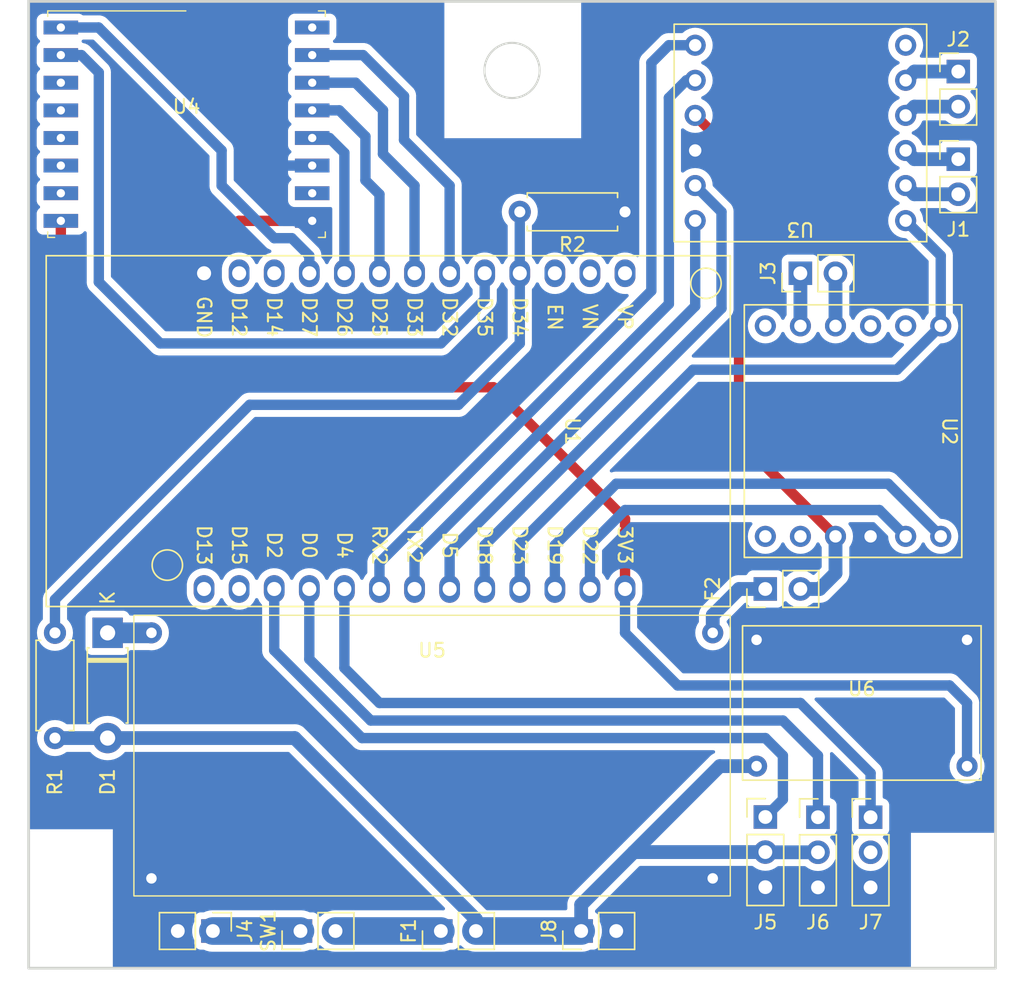
<source format=kicad_pcb>
(kicad_pcb (version 20221018) (generator pcbnew)
  (layers (0 "F.Cu" signal) (31 "B.Cu" signal) (34 "B.Paste" user) (35 "F.Paste" user) (36 "B.SilkS" user "B.Silkscreen") (37 "F.SilkS" user "F.Silkscreen") (38 "B.Mask" user) (39 "F.Mask" user) (44 "Edge.Cuts" user))
  (net 0 "")
  (net 1 "Net-(J3-Pin_1)")
  (net 2 "Net-(J3-Pin_2)")
  (net 3 "/SERVO 1")
  (net 4 "/+BATT SW")
  (net 5 "GND")
  (net 6 "/SERVO 2")
  (net 7 "/ESC")
  (net 8 "+BATT")
  (net 9 "+3V3")
  (net 10 "/M B1")
  (net 11 "/M B2")
  (net 12 "/M C1")
  (net 13 "/M C2")
  (net 14 "/NSS")
  (net 15 "/SCK")
  (net 16 "/MISO")
  (net 17 "/MOSI")
  (net 18 "/INTER")
  (net 19 "/RESET")
  (net 20 "/M A1")
  (net 21 "/M A2")
  (net 23 "+10V")
  (net 25 "Net-(D1-K)")
  (net 26 "Net-(F1-Pad1)")
  (net 27 "Net-(U5-OUT)")
  (net 28 "/SLEEP")
  (net 29 "/TDI")
  (net 30 "/TMS")
  (net 31 "/TCK")
  (net 45 "/TDO")
  (net 47 "Net-(J1-Pin_1)")
  (net 48 "Net-(J1-Pin_2)")
  (net 49 "Net-(J2-Pin_1)")
  (net 50 "Net-(J2-Pin_2)")
  (net 52 "/BAT READ")
  (footprint "Connector_PinHeader_2.54mm:PinHeader_1x03_P2.54mm_Vertical" (layer "F.Cu") (at 181.61 136.525)
    (fp_text reference "J5" (at 0 7.62) (layer "F.SilkS"))
    (fp_text value "Servo")
    (fp_line (start -1.33 -1.33) (end 0 -1.33) (stroke (width 0.12)) (layer "F.SilkS"))
    (fp_line (start -1.33 0) (end -1.33 -1.33) (stroke (width 0.12)) (layer "F.SilkS"))
    (fp_line (start -1.33 1.27) (end -1.33 6.41) (stroke (width 0.12)) (layer "F.SilkS"))
    (fp_line (start -1.33 1.27) (end 1.33 1.27) (stroke (width 0.12)) (layer "F.SilkS"))
    (fp_line (start -1.33 6.41) (end 1.33 6.41) (stroke (width 0.12)) (layer "F.SilkS"))
    (fp_line (start 1.33 1.27) (end 1.33 6.41) (stroke (width 0.12)) (layer "F.SilkS"))
    (pad "1" thru_hole rect (at 0 0) (size 1.7 1.7) (drill 1) (layers "*.Cu" "*.Mask") (net 3 "/SERVO 1"))
    (pad "2" thru_hole oval (at 0 2.54) (size 1.7 1.7) (drill 1) (layers "*.Cu" "*.Mask") (net 4 "/+BATT SW"))
    (pad "3" thru_hole oval (at 0 5.08) (size 1.7 1.7) (drill 1) (layers "*.Cu" "*.Mask") (net 5 "GND"))
  )
  (footprint "Connector_PinHeader_2.54mm:PinHeader_1x02_P2.54mm_Vertical" (layer "F.Cu") (at 181.605 120.015 90)
    (fp_text reference "F2" (at 0 -3.805 90) (layer "F.SilkS"))
    (fp_text value "Fuse 15A")
    (fp_line (start -1.33 -1.33) (end 0 -1.33) (stroke (width 0.12)) (layer "F.SilkS"))
    (fp_line (start -1.33 0) (end -1.33 -1.33) (stroke (width 0.12)) (layer "F.SilkS"))
    (fp_line (start -1.33 1.27) (end -1.33 3.87) (stroke (width 0.12)) (layer "F.SilkS"))
    (fp_line (start -1.33 1.27) (end 1.33 1.27) (stroke (width 0.12)) (layer "F.SilkS"))
    (fp_line (start -1.33 3.87) (end 1.33 3.87) (stroke (width 0.12)) (layer "F.SilkS"))
    (fp_line (start 1.33 1.27) (end 1.33 3.87) (stroke (width 0.12)) (layer "F.SilkS"))
    (pad "1" thru_hole rect (at 0 0 90) (size 1.7 1.7) (drill 1) (layers "*.Cu" "*.Mask") (net 27 "Net-(U5-OUT)"))
    (pad "2" thru_hole oval (at 0 2.54 90) (size 1.7 1.7) (drill 1) (layers "*.Cu" "*.Mask") (net 23 "+10V"))
  )
  (footprint "Connector_PinHeader_2.54mm:PinHeader_1x03_P2.54mm_Vertical" (layer "F.Cu") (at 185.42 136.54)
    (fp_text reference "J6" (at 0 7.605) (layer "F.SilkS"))
    (fp_text value "Servo")
    (fp_line (start -1.33 -1.33) (end 0 -1.33) (stroke (width 0.12)) (layer "F.SilkS"))
    (fp_line (start -1.33 0) (end -1.33 -1.33) (stroke (width 0.12)) (layer "F.SilkS"))
    (fp_line (start -1.33 1.27) (end -1.33 6.41) (stroke (width 0.12)) (layer "F.SilkS"))
    (fp_line (start -1.33 1.27) (end 1.33 1.27) (stroke (width 0.12)) (layer "F.SilkS"))
    (fp_line (start -1.33 6.41) (end 1.33 6.41) (stroke (width 0.12)) (layer "F.SilkS"))
    (fp_line (start 1.33 1.27) (end 1.33 6.41) (stroke (width 0.12)) (layer "F.SilkS"))
    (pad "1" thru_hole rect (at 0 0) (size 1.7 1.7) (drill 1) (layers "*.Cu" "*.Mask") (net 6 "/SERVO 2"))
    (pad "2" thru_hole oval (at 0 2.54) (size 1.7 1.7) (drill 1) (layers "*.Cu" "*.Mask") (net 4 "/+BATT SW"))
    (pad "3" thru_hole oval (at 0 5.08) (size 1.7 1.7) (drill 1) (layers "*.Cu" "*.Mask") (net 5 "GND"))
  )
  (footprint "Diode_THT:D_DO-41_SOD81_P7.62mm_Horizontal" (layer "F.Cu") (at 133.985 123.19 -90)
    (fp_text reference "D1" (at 10.795 0 -90) (layer "F.SilkS"))
    (fp_text value "1N4007")
    (fp_text user "K" (at -2.54 0 -90) (layer "F.SilkS"))
    (fp_line (start 1.09 -1.47) (end 6.53 -1.47) (stroke (width 0.12)) (layer "F.SilkS"))
    (fp_line (start 1.09 -1.34) (end 1.09 -1.47) (stroke (width 0.12)) (layer "F.SilkS"))
    (fp_line (start 1.09 1.34) (end 1.09 1.47) (stroke (width 0.12)) (layer "F.SilkS"))
    (fp_line (start 1.09 1.47) (end 6.53 1.47) (stroke (width 0.12)) (layer "F.SilkS"))
    (fp_line (start 1.87 -1.47) (end 1.87 1.47) (stroke (width 0.12)) (layer "F.SilkS"))
    (fp_line (start 1.99 -1.47) (end 1.99 1.47) (stroke (width 0.12)) (layer "F.SilkS"))
    (fp_line (start 2.11 -1.47) (end 2.11 1.47) (stroke (width 0.12)) (layer "F.SilkS"))
    (fp_line (start 6.53 -1.47) (end 6.53 -1.34) (stroke (width 0.12)) (layer "F.SilkS"))
    (fp_line (start 6.53 1.47) (end 6.53 1.34) (stroke (width 0.12)) (layer "F.SilkS"))
    (pad "1" thru_hole rect (at 0 0 270) (size 2.2 2.2) (drill 1.1) (layers "*.Cu" "*.Mask") (net 25 "Net-(D1-K)"))
    (pad "2" thru_hole oval (at 7.62 0 270) (size 2.2 2.2) (drill 1.1) (layers "*.Cu" "*.Mask") (net 4 "/+BATT SW"))
  )
  (footprint "Connector_PinHeader_2.54mm:PinHeader_1x02_P2.54mm_Vertical" (layer "F.Cu") (at 147.95 144.78 90)
    (fp_text reference "SW1" (at 0 -2.33 90) (layer "F.SilkS"))
    (fp_text value "MAIN_CUTOFF")
    (fp_line (start -1.33 -1.33) (end 0 -1.33) (stroke (width 0.12)) (layer "F.SilkS"))
    (fp_line (start -1.33 0) (end -1.33 -1.33) (stroke (width 0.12)) (layer "F.SilkS"))
    (fp_line (start -1.33 1.27) (end -1.33 3.87) (stroke (width 0.12)) (layer "F.SilkS"))
    (fp_line (start -1.33 1.27) (end 1.33 1.27) (stroke (width 0.12)) (layer "F.SilkS"))
    (fp_line (start -1.33 3.87) (end 1.33 3.87) (stroke (width 0.12)) (layer "F.SilkS"))
    (fp_line (start 1.33 1.27) (end 1.33 3.87) (stroke (width 0.12)) (layer "F.SilkS"))
    (pad "1" thru_hole rect (at 0 0 90) (size 1.7 1.7) (drill 1) (layers "*.Cu" "*.Mask") (net 8 "+BATT"))
    (pad "2" thru_hole oval (at 0 2.54 90) (size 1.7 1.7) (drill 1) (layers "*.Cu" "*.Mask") (net 26 "Net-(F1-Pad1)"))
  )
  (footprint "Resistor_THT:R_Axial_DIN0207_L6.3mm_D2.5mm_P7.62mm_Horizontal" (layer "F.Cu") (at 171.45 92.71 180)
    (fp_text reference "R2" (at 3.81 -2.37) (layer "F.SilkS"))
    (fp_text value "10k Ohm")
    (fp_line (start 0.54 -1.37) (end 7.08 -1.37) (stroke (width 0.12)) (layer "F.SilkS"))
    (fp_line (start 0.54 -1.04) (end 0.54 -1.37) (stroke (width 0.12)) (layer "F.SilkS"))
    (fp_line (start 0.54 1.04) (end 0.54 1.37) (stroke (width 0.12)) (layer "F.SilkS"))
    (fp_line (start 0.54 1.37) (end 7.08 1.37) (stroke (width 0.12)) (layer "F.SilkS"))
    (fp_line (start 7.08 -1.37) (end 7.08 -1.04) (stroke (width 0.12)) (layer "F.SilkS"))
    (fp_line (start 7.08 1.37) (end 7.08 1.04) (stroke (width 0.12)) (layer "F.SilkS"))
    (pad "1" thru_hole circle (at 0 0 180) (size 1.6 1.6) (drill 0.8) (layers "*.Cu" "*.Mask") (net 5 "GND"))
    (pad "2" thru_hole oval (at 7.62 0 180) (size 1.6 1.6) (drill 0.8) (layers "*.Cu" "*.Mask") (net 52 "/BAT READ"))
  )
  (footprint "Connector_PinHeader_2.54mm:PinHeader_1x02_P2.54mm_Vertical" (layer "F.Cu") (at 184.145 97.155 90)
    (fp_text reference "J3" (at 0 -2.33 90) (layer "F.SilkS"))
    (fp_text value "Motor_C")
    (fp_line (start -1.33 -1.33) (end 0 -1.33) (stroke (width 0.12)) (layer "F.SilkS"))
    (fp_line (start -1.33 0) (end -1.33 -1.33) (stroke (width 0.12)) (layer "F.SilkS"))
    (fp_line (start -1.33 1.27) (end -1.33 3.87) (stroke (width 0.12)) (layer "F.SilkS"))
    (fp_line (start -1.33 1.27) (end 1.33 1.27) (stroke (width 0.12)) (layer "F.SilkS"))
    (fp_line (start -1.33 3.87) (end 1.33 3.87) (stroke (width 0.12)) (layer "F.SilkS"))
    (fp_line (start 1.33 1.27) (end 1.33 3.87) (stroke (width 0.12)) (layer "F.SilkS"))
    (pad "1" thru_hole rect (at 0 0 90) (size 1.7 1.7) (drill 1) (layers "*.Cu" "*.Mask") (net 1 "Net-(J3-Pin_1)"))
    (pad "2" thru_hole oval (at 0 2.54 90) (size 1.7 1.7) (drill 1) (layers "*.Cu" "*.Mask") (net 2 "Net-(J3-Pin_2)"))
  )
  (footprint "Resistor_THT:R_Axial_DIN0207_L6.3mm_D2.5mm_P7.62mm_Horizontal" (layer "F.Cu") (at 130.175 123.19 -90)
    (fp_text reference "R1" (at 10.795 0 90) (layer "F.SilkS"))
    (fp_text value "150k Ohm")
    (fp_line (start 0.54 -1.37) (end 7.08 -1.37) (stroke (width 0.12)) (layer "F.SilkS"))
    (fp_line (start 0.54 -1.04) (end 0.54 -1.37) (stroke (width 0.12)) (layer "F.SilkS"))
    (fp_line (start 0.54 1.04) (end 0.54 1.37) (stroke (width 0.12)) (layer "F.SilkS"))
    (fp_line (start 0.54 1.37) (end 7.08 1.37) (stroke (width 0.12)) (layer "F.SilkS"))
    (fp_line (start 7.08 -1.37) (end 7.08 -1.04) (stroke (width 0.12)) (layer "F.SilkS"))
    (fp_line (start 7.08 1.37) (end 7.08 1.04) (stroke (width 0.12)) (layer "F.SilkS"))
    (pad "1" thru_hole circle (at 0 0 270) (size 1.6 1.6) (drill 0.8) (layers "*.Cu" "*.Mask") (net 52 "/BAT READ"))
    (pad "2" thru_hole oval (at 7.62 0 270) (size 1.6 1.6) (drill 0.8) (layers "*.Cu" "*.Mask") (net 4 "/+BATT SW"))
  )
  (footprint "My_Library:XL60019 Boost Module" (layer "F.Cu") (at 157.48 132.08)
    (fp_text reference "U5" (at 0 -7.62 unlocked) (layer "F.SilkS"))
    (fp_text value "XL60019_Boost_Module")
    (fp_rect (start -21.59 -10.16) (end 21.59 10.16) (stroke (width 0.1)) (fill none) (layer "F.SilkS"))
    (pad "1" thru_hole circle (at -20.32 8.89) (size 1.524 1.524) (drill 0.762) (layers "*.Cu" "*.Mask") (net 5 "GND"))
    (pad "2" thru_hole circle (at -20.32 -8.89) (size 1.524 1.524) (drill 0.762) (layers "*.Cu" "*.Mask") (net 25 "Net-(D1-K)"))
    (pad "3" thru_hole circle (at 20.32 8.89) (size 1.524 1.524) (drill 0.762) (layers "*.Cu" "*.Mask") (net 5 "GND"))
    (pad "4" thru_hole circle (at 20.32 -8.89) (size 1.524 1.524) (drill 0.762) (layers "*.Cu" "*.Mask") (net 27 "Net-(U5-OUT)"))
  )
  (footprint "My_Library:HOPERF_RFM69HW" (layer "F.Cu") (at 139.7 86.36)
    (fp_text reference "U4" (at 0 -1.27) (layer "F.SilkS"))
    (fp_text value "RFM69HW")
    (fp_line (start -10.05 -8.2) (end -10.05 -7.8) (stroke (width 0.1)) (layer "F.SilkS"))
    (fp_line (start -10.05 -8.2) (end -0.05 -8.2) (stroke (width 0.1)) (layer "F.SilkS"))
    (fp_line (start -10.05 7.8) (end -10.05 8.2) (stroke (width 0.1)) (layer "F.SilkS"))
    (fp_line (start -10.05 8.2) (end -9.55 8.2) (stroke (width 0.1)) (layer "F.SilkS"))
    (fp_line (start 9.55 -8.2) (end 10.05 -8.2) (stroke (width 0.1)) (layer "F.SilkS"))
    (fp_line (start 9.55 8.2) (end 10.05 8.2) (stroke (width 0.1)) (layer "F.SilkS"))
    (fp_line (start 10.05 -8.2) (end 10.05 -7.8) (stroke (width 0.1)) (layer "F.SilkS"))
    (fp_line (start 10.05 7.8) (end 10.05 8.2) (stroke (width 0.1)) (layer "F.SilkS"))
    (pad "1" thru_hole rect (at -9.1 -7) (size 2.5 1) (drill 0.6) (layers "*.Cu" "*.Mask") (net 19 "/RESET"))
    (pad "2" thru_hole rect (at -9.1 -5) (size 2.5 1) (drill 0.6) (layers "*.Cu" "*.Mask") (net 18 "/INTER"))
    (pad "3" thru_hole rect (at -9.1 -3) (size 2.5 1) (drill 0.6) (layers "*.Cu" "*.Mask"))
    (pad "4" thru_hole rect (at -9.1 -1) (size 2.5 1) (drill 0.6) (layers "*.Cu" "*.Mask"))
    (pad "5" thru_hole rect (at -9.1 1) (size 2.5 1) (drill 0.6) (layers "*.Cu" "*.Mask"))
    (pad "6" thru_hole rect (at -9.1 3) (size 2.5 1) (drill 0.6) (layers "*.Cu" "*.Mask"))
    (pad "7" thru_hole rect (at -9.1 5) (size 2.5 1) (drill 0.6) (layers "*.Cu" "*.Mask"))
    (pad "8" thru_hole rect (at -9.1 7) (size 2.5 1) (drill 0.6) (layers "*.Cu" "*.Mask") (net 9 "+3V3"))
    (pad "9" thru_hole rect (at 9.1 7) (size 2.5 1) (drill 0.6) (layers "*.Cu" "*.Mask") (net 5 "GND"))
    (pad "10" thru_hole rect (at 9.1 5) (size 2.5 1) (drill 0.6) (layers "*.Cu" "*.Mask"))
    (pad "11" thru_hole rect (at 9.1 3) (size 2.5 1) (drill 0.6) (layers "*.Cu" "*.Mask") (net 5 "GND"))
    (pad "12" thru_hole rect (at 9.1 1) (size 2.5 1) (drill 0.6) (layers "*.Cu" "*.Mask") (net 15 "/SCK"))
    (pad "13" thru_hole rect (at 9.1 -1) (size 2.5 1) (drill 0.6) (layers "*.Cu" "*.Mask") (net 16 "/MISO"))
    (pad "14" thru_hole rect (at 9.1 -3) (size 2.5 1) (drill 0.6) (layers "*.Cu" "*.Mask") (net 17 "/MOSI"))
    (pad "15" thru_hole rect (at 9.1 -5) (size 2.5 1) (drill 0.6) (layers "*.Cu" "*.Mask") (net 14 "/NSS"))
    (pad "16" thru_hole rect (at 9.1 -7) (size 2.5 1) (drill 0.6) (layers "*.Cu" "*.Mask"))
  )
  (footprint "Connector_PinHeader_2.54mm:PinHeader_1x02_P2.54mm_Vertical" (layer "F.Cu") (at 195.58 82.55)
    (fp_text reference "J2" (at 0 -2.33) (layer "F.SilkS"))
    (fp_text value "Motor_B")
    (fp_line (start -1.33 -1.33) (end 0 -1.33) (stroke (width 0.12)) (layer "F.SilkS"))
    (fp_line (start -1.33 0) (end -1.33 -1.33) (stroke (width 0.12)) (layer "F.SilkS"))
    (fp_line (start -1.33 1.27) (end -1.33 3.87) (stroke (width 0.12)) (layer "F.SilkS"))
    (fp_line (start -1.33 1.27) (end 1.33 1.27) (stroke (width 0.12)) (layer "F.SilkS"))
    (fp_line (start -1.33 3.87) (end 1.33 3.87) (stroke (width 0.12)) (layer "F.SilkS"))
    (fp_line (start 1.33 1.27) (end 1.33 3.87) (stroke (width 0.12)) (layer "F.SilkS"))
    (pad "1" thru_hole rect (at 0 0) (size 1.7 1.7) (drill 1) (layers "*.Cu" "*.Mask") (net 49 "Net-(J2-Pin_1)"))
    (pad "2" thru_hole oval (at 0 2.54) (size 1.7 1.7) (drill 1) (layers "*.Cu" "*.Mask") (net 50 "Net-(J2-Pin_2)"))
  )
  (footprint "Connector_PinHeader_2.54mm:PinHeader_1x02_P2.54mm_Vertical" (layer "F.Cu") (at 195.58 88.895)
    (fp_text reference "J1" (at 0 5.085) (layer "F.SilkS"))
    (fp_text value "Motor_A")
    (fp_line (start -1.33 -1.33) (end 0 -1.33) (stroke (width 0.12)) (layer "F.SilkS"))
    (fp_line (start -1.33 0) (end -1.33 -1.33) (stroke (width 0.12)) (layer "F.SilkS"))
    (fp_line (start -1.33 1.27) (end -1.33 3.87) (stroke (width 0.12)) (layer "F.SilkS"))
    (fp_line (start -1.33 1.27) (end 1.33 1.27) (stroke (width 0.12)) (layer "F.SilkS"))
    (fp_line (start -1.33 3.87) (end 1.33 3.87) (stroke (width 0.12)) (layer "F.SilkS"))
    (fp_line (start 1.33 1.27) (end 1.33 3.87) (stroke (width 0.12)) (layer "F.SilkS"))
    (pad "1" thru_hole rect (at 0 0) (size 1.7 1.7) (drill 1) (layers "*.Cu" "*.Mask") (net 47 "Net-(J1-Pin_1)"))
    (pad "2" thru_hole oval (at 0 2.54) (size 1.7 1.7) (drill 1) (layers "*.Cu" "*.Mask") (net 48 "Net-(J1-Pin_2)"))
  )
  (footprint "My_Library:HW-627" (layer "F.Cu") (at 189.23 108.585 -90)
    (fp_text reference "U2" (at 0 -5.715 -90 unlocked) (layer "F.SilkS"))
    (fp_text value "~")
    (fp_rect (start -9.144 -6.604) (end 9.144 9.144) (stroke (width 0.12)) (fill none) (layer "F.SilkS"))
    (pad "1" thru_hole circle (at -7.62 -5.08 270) (size 1.524 1.524) (drill 0.9) (layers "*.Cu" "*.Mask") (net 28 "/SLEEP"))
    (pad "2" thru_hole circle (at -7.62 -2.54 270) (size 1.524 1.524) (drill 0.9) (layers "*.Cu" "*.Mask"))
    (pad "3" thru_hole circle (at -7.62 0 270) (size 1.524 1.524) (drill 0.9) (layers "*.Cu" "*.Mask"))
    (pad "4" thru_hole circle (at -7.62 2.54 270) (size 1.524 1.524) (drill 0.9) (layers "*.Cu" "*.Mask") (net 2 "Net-(J3-Pin_2)"))
    (pad "5" thru_hole circle (at -7.62 5.08 270) (size 1.524 1.524) (drill 0.9) (layers "*.Cu" "*.Mask") (net 1 "Net-(J3-Pin_1)"))
    (pad "6" thru_hole circle (at -7.62 7.62 270) (size 1.524 1.524) (drill 0.9) (layers "*.Cu" "*.Mask"))
    (pad "7" thru_hole circle (at 7.62 7.62 270) (size 1.524 1.524) (drill 0.9) (layers "*.Cu" "*.Mask"))
    (pad "8" thru_hole circle (at 7.62 5.08 270) (size 1.524 1.524) (drill 0.9) (layers "*.Cu" "*.Mask"))
    (pad "9" thru_hole circle (at 7.62 2.54 270) (size 1.524 1.524) (drill 0.9) (layers "*.Cu" "*.Mask") (net 23 "+10V"))
    (pad "10" thru_hole circle (at 7.62 0 270) (size 1.524 1.524) (drill 0.9) (layers "*.Cu" "*.Mask") (net 5 "GND"))
    (pad "11" thru_hole circle (at 7.62 -2.54 270) (size 1.524 1.524) (drill 0.9) (layers "*.Cu" "*.Mask") (net 12 "/M C1"))
    (pad "12" thru_hole circle (at 7.62 -5.08 270) (size 1.524 1.524) (drill 0.9) (layers "*.Cu" "*.Mask") (net 13 "/M C2"))
  )
  (footprint "Connector_PinHeader_2.54mm:PinHeader_1x03_P2.54mm_Vertical" (layer "F.Cu") (at 189.23 136.54)
    (fp_text reference "J7" (at 0 7.605) (layer "F.SilkS"))
    (fp_text value "ESC")
    (fp_line (start -1.33 -1.33) (end 0 -1.33) (stroke (width 0.12)) (layer "F.SilkS"))
    (fp_line (start -1.33 0) (end -1.33 -1.33) (stroke (width 0.12)) (layer "F.SilkS"))
    (fp_line (start -1.33 1.27) (end -1.33 6.41) (stroke (width 0.12)) (layer "F.SilkS"))
    (fp_line (start -1.33 1.27) (end 1.33 1.27) (stroke (width 0.12)) (layer "F.SilkS"))
    (fp_line (start -1.33 6.41) (end 1.33 6.41) (stroke (width 0.12)) (layer "F.SilkS"))
    (fp_line (start 1.33 1.27) (end 1.33 6.41) (stroke (width 0.12)) (layer "F.SilkS"))
    (pad "1" thru_hole rect (at 0 0) (size 1.7 1.7) (drill 1) (layers "*.Cu" "*.Mask") (net 7 "/ESC"))
    (pad "2" thru_hole oval (at 0 2.54) (size 1.7 1.7) (drill 1) (layers "*.Cu" "*.Mask"))
    (pad "3" thru_hole oval (at 0 5.08) (size 1.7 1.7) (drill 1) (layers "*.Cu" "*.Mask") (net 5 "GND"))
  )
  (footprint "My_Library:HW-627" (layer "F.Cu") (at 184.15 88.265 180)
    (fp_text reference "U3" (at 0 -5.715 180 unlocked) (layer "F.SilkS"))
    (fp_text value "~")
    (fp_rect (start -9.144 -6.604) (end 9.144 9.144) (stroke (width 0.12)) (fill none) (layer "F.SilkS"))
    (pad "1" thru_hole circle (at -7.62 -5.08 180) (size 1.524 1.524) (drill 0.9) (layers "*.Cu" "*.Mask") (net 28 "/SLEEP"))
    (pad "2" thru_hole circle (at -7.62 -2.54 180) (size 1.524 1.524) (drill 0.9) (layers "*.Cu" "*.Mask") (net 48 "Net-(J1-Pin_2)"))
    (pad "3" thru_hole circle (at -7.62 0 180) (size 1.524 1.524) (drill 0.9) (layers "*.Cu" "*.Mask") (net 47 "Net-(J1-Pin_1)"))
    (pad "4" thru_hole circle (at -7.62 2.54 180) (size 1.524 1.524) (drill 0.9) (layers "*.Cu" "*.Mask") (net 50 "Net-(J2-Pin_2)"))
    (pad "5" thru_hole circle (at -7.62 5.08 180) (size 1.524 1.524) (drill 0.9) (layers "*.Cu" "*.Mask") (net 49 "Net-(J2-Pin_1)"))
    (pad "6" thru_hole circle (at -7.62 7.62 180) (size 1.524 1.524) (drill 0.9) (layers "*.Cu" "*.Mask"))
    (pad "7" thru_hole circle (at 7.62 7.62 180) (size 1.524 1.524) (drill 0.9) (layers "*.Cu" "*.Mask") (net 20 "/M A1"))
    (pad "8" thru_hole circle (at 7.62 5.08 180) (size 1.524 1.524) (drill 0.9) (layers "*.Cu" "*.Mask") (net 21 "/M A2"))
    (pad "9" thru_hole circle (at 7.62 2.54 180) (size 1.524 1.524) (drill 0.9) (layers "*.Cu" "*.Mask") (net 23 "+10V"))
    (pad "10" thru_hole circle (at 7.62 0 180) (size 1.524 1.524) (drill 0.9) (layers "*.Cu" "*.Mask") (net 5 "GND"))
    (pad "11" thru_hole circle (at 7.62 -2.54 180) (size 1.524 1.524) (drill 0.9) (layers "*.Cu" "*.Mask") (net 10 "/M B1"))
    (pad "12" thru_hole circle (at 7.62 -5.08 180) (size 1.524 1.524) (drill 0.9) (layers "*.Cu" "*.Mask") (net 11 "/M B2"))
  )
  (footprint "Connector_PinHeader_2.54mm:PinHeader_1x02_P2.54mm_Vertical" (layer "F.Cu") (at 168.275 144.78 90)
    (fp_text reference "J8" (at 0 -2.33 90) (layer "F.SilkS"))
    (fp_text value "ESC_PWR")
    (fp_line (start -1.33 -1.33) (end 0 -1.33) (stroke (width 0.12)) (layer "F.SilkS"))
    (fp_line (start -1.33 0) (end -1.33 -1.33) (stroke (width 0.12)) (layer "F.SilkS"))
    (fp_line (start -1.33 1.27) (end -1.33 3.87) (stroke (width 0.12)) (layer "F.SilkS"))
    (fp_line (start -1.33 1.27) (end 1.33 1.27) (stroke (width 0.12)) (layer "F.SilkS"))
    (fp_line (start -1.33 3.87) (end 1.33 3.87) (stroke (width 0.12)) (layer "F.SilkS"))
    (fp_line (start 1.33 1.27) (end 1.33 3.87) (stroke (width 0.12)) (layer "F.SilkS"))
    (pad "1" thru_hole rect (at 0 0 90) (size 1.7 1.7) (drill 1) (layers "*.Cu" "*.Mask") (net 4 "/+BATT SW"))
    (pad "2" thru_hole oval (at 0 2.54 90) (size 1.7 1.7) (drill 1) (layers "*.Cu" "*.Mask") (net 5 "GND"))
  )
  (footprint "Connector_PinHeader_2.54mm:PinHeader_1x02_P2.54mm_Vertical" (layer "F.Cu") (at 158.115 144.78 90)
    (fp_text reference "F1" (at 0 -2.33 90) (layer "F.SilkS"))
    (fp_text value "Fuse 15A")
    (fp_line (start -1.33 -1.33) (end 0 -1.33) (stroke (width 0.12)) (layer "F.SilkS"))
    (fp_line (start -1.33 0) (end -1.33 -1.33) (stroke (width 0.12)) (layer "F.SilkS"))
    (fp_line (start -1.33 1.27) (end -1.33 3.87) (stroke (width 0.12)) (layer "F.SilkS"))
    (fp_line (start -1.33 1.27) (end 1.33 1.27) (stroke (width 0.12)) (layer "F.SilkS"))
    (fp_line (start -1.33 3.87) (end 1.33 3.87) (stroke (width 0.12)) (layer "F.SilkS"))
    (fp_line (start 1.33 1.27) (end 1.33 3.87) (stroke (width 0.12)) (layer "F.SilkS"))
    (pad "1" thru_hole rect (at 0 0 90) (size 1.7 1.7) (drill 1) (layers "*.Cu" "*.Mask") (net 26 "Net-(F1-Pad1)"))
    (pad "2" thru_hole oval (at 0 2.54 90) (size 1.7 1.7) (drill 1) (layers "*.Cu" "*.Mask") (net 4 "/+BATT SW"))
  )
  (footprint "Espressif:ESP32-LOLIN32-Lite" (layer "F.Cu") (at 154.94 108.585 -90)
    (fp_text reference "U1" (at 0 -12.7 -90 unlocked) (layer "F.SilkS"))
    (fp_text value "ESP32-LOLIN32-Lite")
    (fp_text user "D15" (at 8.255 11.43 -90 unlocked) (layer "F.SilkS"))
    (fp_text user "D0" (at 8.255 6.35 -90 unlocked) (layer "F.SilkS"))
    (fp_text user "TX2" (at 8.255 -1.27 -90 unlocked) (layer "F.SilkS"))
    (fp_text user "D2" (at 8.255 8.89 -90 unlocked) (layer "F.SilkS"))
    (fp_text user "D5" (at 8.255 -3.81 -90 unlocked) (layer "F.SilkS"))
    (fp_text user "VN" (at -8.255 -13.97 -90 unlocked) (layer "F.SilkS"))
    (fp_text user "3V3" (at 8.255 -16.51 -90 unlocked) (layer "F.SilkS"))
    (fp_text user "RX2" (at 8.255 1.27 -90 unlocked) (layer "F.SilkS"))
    (fp_text user "D23" (at 8.255 -8.89 -90 unlocked) (layer "F.SilkS"))
    (fp_text user "D4" (at 8.255 3.81 -90 unlocked) (layer "F.SilkS"))
    (fp_text user "D13" (at 8.255 13.97 -90 unlocked) (layer "F.SilkS"))
    (fp_text user "D22" (at 8.255 -13.97 -90 unlocked) (layer "F.SilkS"))
    (fp_text user "GND" (at -8.255 13.97 -90 unlocked) (layer "F.SilkS"))
    (fp_text user "D26" (at -8.255 3.81 -90 unlocked) (layer "F.SilkS"))
    (fp_text user "D19" (at 8.255 -11.43 -90 unlocked) (layer "F.SilkS"))
    (fp_text user "D27" (at -8.255 6.35 -90 unlocked) (layer "F.SilkS"))
    (fp_text user "D25" (at -8.255 1.27 -90 unlocked) (layer "F.SilkS"))
    (fp_text user "D34" (at -8.255 -8.89 -90 unlocked) (layer "F.SilkS"))
    (fp_text user "VP" (at -8.255 -16.51 -90 unlocked) (layer "F.SilkS"))
    (fp_text user "EN" (at -8.255 -11.43 -90 unlocked) (layer "F.SilkS"))
    (fp_text user "D35" (at -8.255 -6.35 -90 unlocked) (layer "F.SilkS"))
    (fp_text user "D14" (at -8.255 8.89 -90 unlocked) (layer "F.SilkS"))
    (fp_text user "D33" (at -8.255 -1.27 -90 unlocked) (layer "F.SilkS"))
    (fp_text user "D18" (at 8.255 -6.35 -90 unlocked) (layer "F.SilkS"))
    (fp_text user "D32" (at -8.255 -3.81 -90 unlocked) (layer "F.SilkS"))
    (fp_text user "D12" (at -8.255 11.43 -90 unlocked) (layer "F.SilkS"))
    (fp_rect (start -12.7 25.4) (end 12.7 -24.13) (stroke (width 0.12)) (fill none) (layer "F.SilkS"))
    (fp_circle (center -10.7 -22.37) (end -10.7 -23.47) (stroke (width 0.12)) (fill none) (layer "F.SilkS"))
    (fp_circle (center 9.7 16.63) (end 9.7 15.53) (stroke (width 0.12)) (fill none) (layer "F.SilkS"))
    (pad "5" thru_hole oval (at -11.43 -16.51 270) (size 2 1.5) (drill 1.02) (layers "*.Cu" "*.Mask"))
    (pad "8" thru_hole oval (at -11.43 -13.97 270) (size 2 1.5) (drill 1.02) (layers "*.Cu" "*.Mask"))
    (pad "9" thru_hole oval (at -11.43 -11.43 270) (size 2 1.5) (drill 1.02) (layers "*.Cu" "*.Mask"))
    (pad "10" thru_hole oval (at -11.43 -8.89 270) (size 2 1.5) (drill 1.02) (layers "*.Cu" "*.Mask") (net 52 "/BAT READ"))
    (pad "11" thru_hole oval (at -11.43 -6.35 270) (size 2 1.5) (drill 1.02) (layers "*.Cu" "*.Mask") (net 18 "/INTER"))
    (pad "12" thru_hole oval (at -11.43 -3.81 270) (size 2 1.5) (drill 1.02) (layers "*.Cu" "*.Mask") (net 14 "/NSS"))
    (pad "13" thru_hole oval (at -11.43 -1.27 270) (size 2 1.5) (drill 1.02) (layers "*.Cu" "*.Mask") (net 17 "/MOSI"))
    (pad "14" thru_hole oval (at -11.43 1.27 270) (size 2 1.5) (drill 1.02) (layers "*.Cu" "*.Mask") (net 16 "/MISO"))
    (pad "15" thru_hole oval (at -11.43 3.81 270) (size 2 1.5) (drill 1.02) (layers "*.Cu" "*.Mask") (net 15 "/SCK"))
    (pad "16" thru_hole oval (at -11.43 6.35 270) (size 2 1.5) (drill 1.02) (layers "*.Cu" "*.Mask") (net 19 "/RESET"))
    (pad "17" thru_hole oval (at -11.43 8.89 270) (size 2 1.5) (drill 1.02) (layers "*.Cu" "*.Mask") (net 30 "/TMS"))
    (pad "18" thru_hole oval (at -11.43 11.43 270) (size 2 1.5) (drill 1.02) (layers "*.Cu" "*.Mask") (net 29 "/TDI"))
    (pad "19" thru_hole oval (at -11.43 13.97 270) (size 2 1.5) (drill 1.02) (layers "*.Cu" "*.Mask") (net 5 "GND"))
    (pad "20" thru_hole oval (at 11.43 13.97 270) (size 2 1.5) (drill 1.02) (layers "*.Cu" "*.Mask") (net 31 "/TCK"))
    (pad "21" thru_hole oval (at 11.43 11.43 270) (size 2 1.5) (drill 1.02) (layers "*.Cu" "*.Mask") (net 45 "/TDO"))
    (pad "22" thru_hole oval (at 11.43 8.89 270) (size 2 1.5) (drill 1.02) (layers "*.Cu" "*.Mask") (net 3 "/SERVO 1"))
    (pad "23" thru_hole oval (at 11.43 6.35 270) (size 2 1.5) (drill 1.02) (layers "*.Cu" "*.Mask") (net 6 "/SERVO 2"))
    (pad "24" thru_hole oval (at 11.43 3.81 270) (size 2 1.5) (drill 1.02) (layers "*.Cu" "*.Mask") (net 7 "/ESC"))
    (pad "25" thru_hole oval (at 11.43 1.27 270) (size 2 1.5) (drill 1.02) (layers "*.Cu" "*.Mask") (net 20 "/M A1"))
    (pad "27" thru_hole oval (at 11.43 -1.27 270) (size 2 1.5) (drill 1.02) (layers "*.Cu" "*.Mask") (net 21 "/M A2"))
    (pad "34" thru_hole oval (at 11.43 -3.81 270) (size 2 1.5) (drill 1.02) (layers "*.Cu" "*.Mask") (net 11 "/M B2"))
    (pad "35" thru_hole oval (at 11.43 -6.35 270) (size 2 1.5) (drill 1.02) (layers "*.Cu" "*.Mask") (net 10 "/M B1"))
    (pad "36" thru_hole oval (at 11.43 -8.89 270) (size 2 1.5) (drill 1.02) (layers "*.Cu" "*.Mask") (net 28 "/SLEEP"))
    (pad "38" thru_hole oval (at 11.43 -11.43 270) (size 2 1.5) (drill 1.02) (layers "*.Cu" "*.Mask") (net 13 "/M C2"))
    (pad "39" thru_hole oval (at 11.43 -13.97 270) (size 2 1.5) (drill 1.02) (layers "*.Cu" "*.Mask") (net 12 "/M C1"))
    (pad "40" thru_hole oval (at 11.43 -16.51 270) (size 2 1.5) (drill 1.02) (layers "*.Cu" "*.Mask") (net 9 "+3V3"))
  )
  (footprint "Connector_PinHeader_2.54mm:PinHeader_1x02_P2.54mm_Vertical" (layer "F.Cu") (at 141.61 144.78 -90)
    (fp_text reference "J4" (at 0 -2.33 -270) (layer "F.SilkS"))
    (fp_text value "BATT_IN")
    (fp_line (start -1.33 -1.33) (end 0 -1.33) (stroke (width 0.12)) (layer "F.SilkS"))
    (fp_line (start -1.33 0) (end -1.33 -1.33) (stroke (width 0.12)) (layer "F.SilkS"))
    (fp_line (start -1.33 1.27) (end -1.33 3.87) (stroke (width 0.12)) (layer "F.SilkS"))
    (fp_line (start -1.33 1.27) (end 1.33 1.27) (stroke (width 0.12)) (layer "F.SilkS"))
    (fp_line (start -1.33 3.87) (end 1.33 3.87) (stroke (width 0.12)) (layer "F.SilkS"))
    (fp_line (start 1.33 1.27) (end 1.33 3.87) (stroke (width 0.12)) (layer "F.SilkS"))
    (pad "1" thru_hole rect (at 0 0 270) (size 1.7 1.7) (drill 1) (layers "*.Cu" "*.Mask") (net 8 "+BATT"))
    (pad "2" thru_hole oval (at 0 2.54 270) (size 1.7 1.7) (drill 1) (layers "*.Cu" "*.Mask") (net 5 "GND"))
  )
  (footprint "My_Library:Mini360" (layer "F.Cu") (at 188.595 128.27)
    (fp_text reference "U6" (at 0 -1.008 unlocked) (layer "F.SilkS"))
    (fp_text value "Mini360")
    (fp_rect (start 8.636 -5.588) (end -8.636 5.588) (stroke (width 0.12)) (fill none) (layer "F.SilkS"))
    (pad "1" thru_hole circle (at -7.62 -4.572) (size 1.524 1.524) (drill 0.762) (layers "*.Cu" "*.Mask") (net 5 "GND"))
    (pad "2" thru_hole circle (at -7.62 4.572) (size 1.524 1.524) (drill 0.762) (layers "*.Cu" "*.Mask") (net 4 "/+BATT SW"))
    (pad "3" thru_hole circle (at 7.62 -4.572) (size 1.524 1.524) (drill 0.762) (layers "*.Cu" "*.Mask") (net 5 "GND"))
    (pad "4" thru_hole circle (at 7.62 4.572) (size 1.524 1.524) (drill 0.762) (layers "*.Cu" "*.Mask") (net 9 "+3V3"))
  )
  (gr_rect (start 128.27 77.47) (end 198.27 147.47) (stroke (width 0.2)) (fill none) (layer "Edge.Cuts"))
  (gr_circle (center 163.27 82.47) (end 165.27 82.47) (stroke (width 0.15)) (fill none) (layer "Edge.Cuts"))
  (segment (start 184.15 97.16) (end 184.15 100.965) (width 1) (layer "B.Cu") (net 1))
  (segment (start 184.145 97.155) (end 184.15 97.16) (width 0.75) (layer "B.Cu") (net 1))
  (segment (start 186.69 100.965) (end 186.69 97.16) (width 1) (layer "B.Cu") (net 2))
  (segment (start 186.69 97.16) (end 186.685 97.155) (width 0.75) (layer "B.Cu") (net 2))
  (segment (start 146.05 124.46) (end 146.05 120.015) (width 0.75) (layer "B.Cu") (net 3))
  (segment (start 182.88 135.255) (end 182.88 132.08) (width 0.75) (layer "B.Cu") (net 3))
  (segment (start 181.61 136.525) (end 182.88 135.255) (width 0.75) (layer "B.Cu") (net 3))
  (segment (start 181.61 130.81) (end 152.4 130.81) (width 0.75) (layer "B.Cu") (net 3))
  (segment (start 152.4 130.81) (end 146.05 124.46) (width 0.75) (layer "B.Cu") (net 3))
  (segment (start 182.88 132.08) (end 181.61 130.81) (width 0.75) (layer "B.Cu") (net 3))
  (segment (start 185.42 139.08) (end 181.625 139.08) (width 1) (layer "B.Cu") (net 4))
  (segment (start 130.175 130.81) (end 133.985 130.81) (width 1) (layer "B.Cu") (net 4))
  (segment (start 147.530344 130.81) (end 160.655 143.934656) (width 1) (layer "B.Cu") (net 4))
  (segment (start 178.308 132.842) (end 172.085 139.065) (width 1) (layer "B.Cu") (net 4))
  (segment (start 133.985 130.81) (end 147.530344 130.81) (width 1) (layer "B.Cu") (net 4))
  (segment (start 160.655 143.934656) (end 160.655 144.78) (width 1) (layer "B.Cu") (net 4))
  (segment (start 181.61 139.065) (end 172.085 139.065) (width 1) (layer "B.Cu") (net 4))
  (segment (start 181.625 139.08) (end 181.61 139.065) (width 1) (layer "B.Cu") (net 4))
  (segment (start 160.655 144.78) (end 168.275 144.78) (width 2) (layer "B.Cu") (net 4))
  (segment (start 172.085 139.065) (end 168.275 142.875) (width 1) (layer "B.Cu") (net 4))
  (segment (start 185.405 139.065) (end 185.42 139.08) (width 1) (layer "B.Cu") (net 4))
  (segment (start 168.275 142.875) (end 168.275 144.78) (width 1) (layer "B.Cu") (net 4))
  (segment (start 180.975 132.842) (end 178.308 132.842) (width 1) (layer "B.Cu") (net 4))
  (segment (start 143.495 93.36) (end 140.97 95.885) (width 0.75) (layer "F.Cu") (net 5))
  (segment (start 140.97 95.885) (end 140.97 97.155) (width 0.75) (layer "F.Cu") (net 5))
  (segment (start 148.8 93.36) (end 143.495 93.36) (width 0.75) (layer "F.Cu") (net 5))
  (segment (start 137.16 140.97) (end 137.16 142.87) (width 1) (layer "B.Cu") (net 5))
  (segment (start 148.8 93.36) (end 146.7 93.36) (width 0.75) (layer "B.Cu") (net 5))
  (segment (start 185.42 141.62) (end 181.625 141.62) (width 1) (layer "B.Cu") (net 5))
  (segment (start 181.61 141.605) (end 177.165 141.605) (width 1) (layer "B.Cu") (net 5))
  (segment (start 189.23 141.62) (end 185.42 141.62) (width 1) (layer "B.Cu") (net 5))
  (segment (start 177.165 141.605) (end 177.8 140.97) (width 1) (layer "B.Cu") (net 5))
  (segment (start 181.625 141.62) (end 181.61 141.605) (width 1) (layer "B.Cu") (net 5))
  (segment (start 170.815 144.78) (end 173.99 144.78) (width 1) (layer "B.Cu") (net 5))
  (segment (start 145.415 90.805) (end 146.86 89.36) (width 0.75) (layer "B.Cu") (net 5))
  (segment (start 146.7 93.36) (end 145.415 92.075) (width 0.75) (layer "B.Cu") (net 5))
  (segment (start 146.86 89.36) (end 148.8 89.36) (width 0.75) (layer "B.Cu") (net 5))
  (segment (start 145.415 92.075) (end 145.415 90.805) (width 0.75) (layer "B.Cu") (net 5))
  (segment (start 196.215 123.698) (end 189.23 123.698) (width 0.75) (layer "B.Cu") (net 5))
  (segment (start 173.99 144.78) (end 177.8 140.97) (width 1) (layer "B.Cu") (net 5))
  (segment (start 137.16 142.87) (end 139.07 144.78) (width 1) (layer "B.Cu") (net 5))
  (segment (start 189.23 123.698) (end 180.975 123.698) (width 0.75) (layer "B.Cu") (net 5))
  (segment (start 185.42 136.54) (end 185.42 132.08) (width 0.75) (layer "B.Cu") (net 6))
  (segment (start 182.88 129.54) (end 153.035 129.54) (width 0.75) (layer "B.Cu") (net 6))
  (segment (start 153.035 129.54) (end 148.59 125.095) (width 0.75) (layer "B.Cu") (net 6))
  (segment (start 148.59 125.095) (end 148.59 120.015) (width 0.75) (layer "B.Cu") (net 6))
  (segment (start 185.42 132.08) (end 182.88 129.54) (width 0.75) (layer "B.Cu") (net 6))
  (segment (start 151.13 125.73) (end 151.13 120.015) (width 0.75) (layer "B.Cu") (net 7))
  (segment (start 153.67 128.27) (end 151.13 125.73) (width 0.75) (layer "B.Cu") (net 7))
  (segment (start 189.23 133.35) (end 184.15 128.27) (width 0.75) (layer "B.Cu") (net 7))
  (segment (start 184.15 128.27) (end 153.67 128.27) (width 0.75) (layer "B.Cu") (net 7))
  (segment (start 189.23 136.54) (end 189.23 133.35) (width 0.75) (layer "B.Cu") (net 7))
  (segment (start 141.61 144.78) (end 147.95 144.78) (width 2) (layer "B.Cu") (net 8))
  (segment (start 130.6 98.85) (end 130.6 93.36) (width 0.75) (layer "F.Cu") (net 9))
  (segment (start 161.925 105.41) (end 137.16 105.41) (width 0.75) (layer "F.Cu") (net 9))
  (segment (start 171.45 120.015) (end 171.45 114.935) (width 0.75) (layer "F.Cu") (net 9))
  (segment (start 137.16 105.41) (end 130.6 98.85) (width 0.75) (layer "F.Cu") (net 9))
  (segment (start 171.45 114.935) (end 161.925 105.41) (width 0.75) (layer "F.Cu") (net 9))
  (segment (start 196.215 132.842) (end 196.215 128.27) (width 0.75) (layer "B.Cu") (net 9))
  (segment (start 194.945 127) (end 175.26 127) (width 0.75) (layer "B.Cu") (net 9))
  (segment (start 196.215 128.27) (end 194.945 127) (width 0.75) (layer "B.Cu") (net 9))
  (segment (start 175.26 127) (end 171.45 123.19) (width 0.75) (layer "B.Cu") (net 9))
  (segment (start 171.45 123.19) (end 171.45 120.015) (width 0.75) (layer "B.Cu") (net 9))
  (segment (start 178.435 99.695) (end 178.435 92.71) (width 0.75) (layer "B.Cu") (net 10))
  (segment (start 161.29 120.015) (end 161.29 116.84) (width 0.75) (layer "B.Cu") (net 10))
  (segment (start 161.29 116.84) (end 178.435 99.695) (width 0.75) (layer "B.Cu") (net 10))
  (segment (start 178.435 92.71) (end 176.53 90.805) (width 0.75) (layer "B.Cu") (net 10))
  (segment (start 158.75 117.31625) (end 176.53 99.53625) (width 0.75) (layer "B.Cu") (net 11))
  (segment (start 176.53 99.53625) (end 176.53 93.345) (width 0.75) (layer "B.Cu") (net 11))
  (segment (start 158.75 120.015) (end 158.75 117.31625) (width 0.75) (layer "B.Cu") (net 11))
  (segment (start 191.77 116.205) (end 189.865 114.3) (width 0.75) (layer "B.Cu") (net 12))
  (segment (start 189.865 114.3) (end 171.45 114.3) (width 0.75) (layer "B.Cu") (net 12))
  (segment (start 168.91 116.84) (end 168.91 120.015) (width 0.75) (layer "B.Cu") (net 12))
  (segment (start 171.45 114.3) (end 168.91 116.84) (width 0.75) (layer "B.Cu") (net 12))
  (segment (start 190.5 112.395) (end 194.31 116.205) (width 0.75) (layer "B.Cu") (net 13))
  (segment (start 166.37 116.84) (end 170.815 112.395) (width 0.75) (layer "B.Cu") (net 13))
  (segment (start 166.37 120.015) (end 166.37 116.84) (width 0.75) (layer "B.Cu") (net 13))
  (segment (start 170.815 112.395) (end 190.5 112.395) (width 0.75) (layer "B.Cu") (net 13))
  (segment (start 155.448 84.328) (end 155.448 87.503) (width 0.75) (layer "B.Cu") (net 14))
  (segment (start 148.8 81.36) (end 152.48 81.36) (width 0.75) (layer "B.Cu") (net 14))
  (segment (start 155.448 87.503) (end 158.75 90.805) (width 0.75) (layer "B.Cu") (net 14))
  (segment (start 152.48 81.36) (end 155.448 84.328) (width 0.75) (layer "B.Cu") (net 14))
  (segment (start 158.75 90.805) (end 158.75 97.155) (width 0.75) (layer "B.Cu") (net 14))
  (segment (start 150.05 87.36) (end 148.8 87.36) (width 0.75) (layer "B.Cu") (net 15))
  (segment (start 151.13 88.44) (end 150.05 87.36) (width 0.75) (layer "B.Cu") (net 15))
  (segment (start 151.13 97.155) (end 151.13 88.44) (width 0.75) (layer "B.Cu") (net 15))
  (segment (start 152.654 87.249) (end 152.654 90.424) (width 0.75) (layer "B.Cu") (net 16))
  (segment (start 150.765 85.36) (end 152.654 87.249) (width 0.75) (layer "B.Cu") (net 16))
  (segment (start 148.8 85.36) (end 150.765 85.36) (width 0.75) (layer "B.Cu") (net 16))
  (segment (start 152.654 90.424) (end 153.67 91.44) (width 0.75) (layer "B.Cu") (net 16))
  (segment (start 153.67 91.44) (end 153.67 97.155) (width 0.75) (layer "B.Cu") (net 16))
  (segment (start 153.924 88.519) (end 156.21 90.805) (width 0.75) (layer "B.Cu") (net 17))
  (segment (start 156.21 90.805) (end 156.21 97.155) (width 0.75) (layer "B.Cu") (net 17))
  (segment (start 153.924 85.344) (end 153.924 88.519) (width 0.75) (layer "B.Cu") (net 17))
  (segment (start 148.8 83.36) (end 151.94 83.36) (width 0.75) (layer "B.Cu") (net 17))
  (segment (start 151.94 83.36) (end 153.924 85.344) (width 0.75) (layer "B.Cu") (net 17))
  (segment (start 132.086498 81.36) (end 130.6 81.36) (width 0.75) (layer "B.Cu") (net 18))
  (segment (start 161.29 97.155) (end 161.29 99.06) (width 0.75) (layer "B.Cu") (net 18))
  (segment (start 133.35 97.79) (end 133.35 82.623502) (width 0.75) (layer "B.Cu") (net 18))
  (segment (start 161.29 99.06) (end 158.115 102.235) (width 0.75) (layer "B.Cu") (net 18))
  (segment (start 158.115 102.235) (end 137.795 102.235) (width 0.75) (layer "B.Cu") (net 18))
  (segment (start 133.35 82.623502) (end 132.086498 81.36) (width 0.75) (layer "B.Cu") (net 18))
  (segment (start 137.795 102.235) (end 133.35 97.79) (width 0.75) (layer "B.Cu") (net 18))
  (segment (start 142.24 88.265) (end 142.24 90.805) (width 0.75) (layer "B.Cu") (net 19))
  (segment (start 133.335 79.36) (end 142.24 88.265) (width 0.75) (layer "B.Cu") (net 19))
  (segment (start 130.6 79.36) (end 133.335 79.36) (width 0.75) (layer "B.Cu") (net 19))
  (segment (start 142.24 90.805) (end 146.05 94.615) (width 0.75) (layer "B.Cu") (net 19))
  (segment (start 148.59 95.885) (end 148.59 97.155) (width 0.75) (layer "B.Cu") (net 19))
  (segment (start 146.05 94.615) (end 147.32 94.615) (width 0.75) (layer "B.Cu") (net 19))
  (segment (start 147.32 94.615) (end 148.59 95.885) (width 0.75) (layer "B.Cu") (net 19))
  (segment (start 173.355 81.915) (end 174.625 80.645) (width 0.75) (layer "B.Cu") (net 20))
  (segment (start 153.67 118.11) (end 173.355 98.425) (width 0.75) (layer "B.Cu") (net 20))
  (segment (start 173.355 98.425) (end 173.355 81.915) (width 0.75) (layer "B.Cu") (net 20))
  (segment (start 174.625 80.645) (end 176.53 80.645) (width 0.75) (layer "B.Cu") (net 20))
  (segment (start 153.67 120.015) (end 153.67 118.11) (width 0.75) (layer "B.Cu") (net 20))
  (segment (start 156.21 120.015) (end 156.21 117.7925) (width 0.75) (layer "B.Cu") (net 21))
  (segment (start 174.625 84.455) (end 175.895 83.185) (width 0.75) (layer "B.Cu") (net 21))
  (segment (start 175.895 83.185) (end 176.53 83.185) (width 0.75) (layer "B.Cu") (net 21))
  (segment (start 156.21 117.7925) (end 174.625 99.3775) (width 0.75) (layer "B.Cu") (net 21))
  (segment (start 174.625 99.3775) (end 174.625 84.455) (width 0.75) (layer "B.Cu") (net 21))
  (segment (start 179.705 109.22) (end 186.69 116.205) (width 0.75) (layer "F.Cu") (net 23))
  (segment (start 176.53 85.725) (end 179.705 88.9) (width 0.75) (layer "F.Cu") (net 23))
  (segment (start 179.705 88.9) (end 179.705 109.22) (width 0.75) (layer "F.Cu") (net 23))
  (segment (start 184.145 120.015) (end 185.547 120.015) (width 1) (layer "B.Cu") (net 23))
  (segment (start 186.69 118.872) (end 186.69 116.205) (width 1) (layer "B.Cu") (net 23))
  (segment (start 185.547 120.015) (end 186.69 118.872) (width 1) (layer "B.Cu") (net 23))
  (segment (start 133.985 123.19) (end 137.16 123.19) (width 1.5) (layer "B.Cu") (net 25))
  (segment (start 158.115 144.78) (end 150.49 144.78) (width 2) (layer "B.Cu") (net 26))
  (segment (start 179.705 120.015) (end 181.605 120.015) (width 1) (layer "B.Cu") (net 27))
  (segment (start 177.8 121.92) (end 179.705 120.015) (width 1) (layer "B.Cu") (net 27))
  (segment (start 177.8 123.19) (end 177.8 121.92) (width 1) (layer "B.Cu") (net 27))
  (segment (start 191.135 104.14) (end 176.37125 104.14) (width 0.75) (layer "B.Cu") (net 28))
  (segment (start 194.31 100.965) (end 191.135 104.14) (width 0.75) (layer "B.Cu") (net 28))
  (segment (start 194.31 95.885) (end 194.31 100.965) (width 0.75) (layer "B.Cu") (net 28))
  (segment (start 176.37125 104.14) (end 163.83 116.68125) (width 0.75) (layer "B.Cu") (net 28))
  (segment (start 163.83 116.68125) (end 163.83 120.015) (width 0.75) (layer "B.Cu") (net 28))
  (segment (start 191.77 93.345) (end 194.31 95.885) (width 0.75) (layer "B.Cu") (net 28))
  (segment (start 192.4 88.895) (end 191.77 88.265) (width 1) (layer "B.Cu") (net 47))
  (segment (start 195.58 88.895) (end 192.4 88.895) (width 1) (layer "B.Cu") (net 47))
  (segment (start 192.4 91.435) (end 191.77 90.805) (width 1) (layer "B.Cu") (net 48))
  (segment (start 195.58 91.435) (end 192.4 91.435) (width 1) (layer "B.Cu") (net 48))
  (segment (start 192.405 82.55) (end 191.77 83.185) (width 1) (layer "B.Cu") (net 49))
  (segment (start 195.58 82.55) (end 192.405 82.55) (width 1) (layer "B.Cu") (net 49))
  (segment (start 192.405 85.09) (end 191.77 85.725) (width 1) (layer "B.Cu") (net 50))
  (segment (start 195.58 85.09) (end 192.405 85.09) (width 1) (layer "B.Cu") (net 50))
  (segment (start 159.385 106.68) (end 163.83 102.235) (width 0.75) (layer "B.Cu") (net 52))
  (segment (start 163.83 102.235) (end 163.83 97.155) (width 0.75) (layer "B.Cu") (net 52))
  (segment (start 163.83 97.155) (end 163.83 92.71) (width 0.75) (layer "B.Cu") (net 52))
  (segment (start 130.175 123.19) (end 130.175 120.777) (width 0.75) (layer "B.Cu") (net 52))
  (segment (start 130.175 120.777) (end 144.272 106.68) (width 0.75) (layer "B.Cu") (net 52))
  (segment (start 144.272 106.68) (end 159.385 106.68) (width 0.75) (layer "B.Cu") (net 52))
  (zone (net 0) (net_name "") (layer "B.Cu") (connect_pads (clearance 0)) (min_thickness 0.25)
    (keepout (tracks not_allowed) (vias not_allowed) (pads not_allowed) (copperpour not_allowed) (footprints allowed))
    (fill (thermal_gap 0.5) (thermal_bridge_width 0.5))
    (polygon (pts (xy 198.12 137.668) (xy 192.151 137.668) (xy 192.151 147.32) (xy 198.12 147.32)))
  )
  (zone (net 0) (net_name "") (layer "B.Cu") (connect_pads (clearance 0)) (min_thickness 0.25)
    (keepout (tracks not_allowed) (vias not_allowed) (pads not_allowed) (copperpour not_allowed) (footprints allowed))
    (fill (thermal_gap 0.5) (thermal_bridge_width 0.5))
    (polygon (pts (xy 158.369 77.47) (xy 168.275 77.47) (xy 168.275 87.376) (xy 158.369 87.376)))
  )
  (zone (net 5) (net_name "GND") (layer "B.Cu") (connect_pads (clearance 0.5)) (min_thickness 0.25) (fill yes (thermal_gap 0.5) (thermal_bridge_width 0.5))
    (polygon (pts (xy 128.27 77.47) (xy 158.115 77.47) (xy 168.275 77.47) (xy 198.27 77.47) (xy 198.27 147.47) (xy 128.27 147.47)))
  )
  (zone (net 0) (net_name "") (layer "B.Cu") (connect_pads (clearance 0)) (min_thickness 0.25)
    (keepout (tracks not_allowed) (vias not_allowed) (pads not_allowed) (copperpour not_allowed) (footprints allowed))
    (fill (thermal_gap 0.5) (thermal_bridge_width 0.5))
    (polygon (pts (xy 134.366 137.414) (xy 128.27 137.414) (xy 128.27 147.47) (xy 134.364579 147.473032)))
  )
)
</source>
